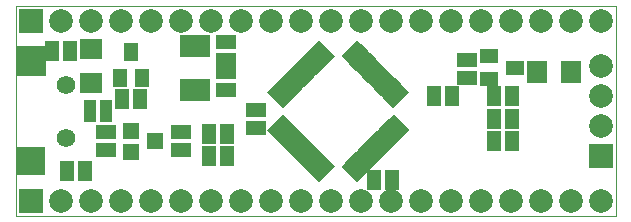
<source format=gbs>
G04 (created by PCBNEW (2013-07-07 BZR 4022)-stable) date 21/01/2015 21:28:15*
%MOIN*%
G04 Gerber Fmt 3.4, Leading zero omitted, Abs format*
%FSLAX34Y34*%
G01*
G70*
G90*
G04 APERTURE LIST*
%ADD10C,0.00590551*%
%ADD11C,0.00393701*%
%ADD12R,0.065X0.045*%
%ADD13R,0.056X0.056*%
%ADD14R,0.045X0.065*%
%ADD15R,0.0790551X0.0790551*%
%ADD16C,0.0790551*%
%ADD17R,0.1027X0.1027*%
%ADD18R,0.0948X0.0948*%
%ADD19C,0.0613*%
%ADD20R,0.0712X0.0751*%
%ADD21R,0.0751X0.0712*%
%ADD22R,0.0594X0.0515*%
%ADD23R,0.039685X0.031811*%
%ADD24R,0.0515X0.0594*%
%ADD25R,0.0998882X0.0723291*%
G04 APERTURE END LIST*
G54D10*
G54D11*
X0Y7000D02*
X0Y0D01*
X20000Y7000D02*
X0Y7000D01*
X20000Y0D02*
X20000Y7000D01*
X0Y0D02*
X20000Y0D01*
G54D12*
X7000Y4800D03*
X7000Y4200D03*
X7000Y5200D03*
X7000Y5800D03*
G54D10*
G36*
X8588Y4343D02*
X9119Y3813D01*
X8903Y3597D01*
X8373Y4128D01*
X8588Y4343D01*
X8588Y4343D01*
G37*
G36*
X10847Y5346D02*
X11378Y5876D01*
X11593Y5661D01*
X11063Y5130D01*
X10847Y5346D01*
X10847Y5346D01*
G37*
G36*
X12911Y2656D02*
X12380Y3186D01*
X12596Y3402D01*
X13126Y2871D01*
X12911Y2656D01*
X12911Y2656D01*
G37*
G36*
X9906Y1338D02*
X10436Y1869D01*
X10652Y1653D01*
X10121Y1123D01*
X9906Y1338D01*
X9906Y1338D01*
G37*
G36*
X8728Y4483D02*
X9258Y3952D01*
X9042Y3737D01*
X8512Y4267D01*
X8728Y4483D01*
X8728Y4483D01*
G37*
G36*
X10987Y5207D02*
X11517Y5737D01*
X11733Y5521D01*
X11202Y4991D01*
X10987Y5207D01*
X10987Y5207D01*
G37*
G36*
X12771Y2516D02*
X12241Y3047D01*
X12457Y3262D01*
X12987Y2732D01*
X12771Y2516D01*
X12771Y2516D01*
G37*
G36*
X9766Y1478D02*
X10297Y2008D01*
X10512Y1792D01*
X9982Y1262D01*
X9766Y1478D01*
X9766Y1478D01*
G37*
G36*
X8867Y4622D02*
X9397Y4092D01*
X9181Y3876D01*
X8651Y4406D01*
X8867Y4622D01*
X8867Y4622D01*
G37*
G36*
X11126Y5068D02*
X11656Y5598D01*
X11872Y5382D01*
X11342Y4852D01*
X11126Y5068D01*
X11126Y5068D01*
G37*
G36*
X12632Y2377D02*
X12102Y2907D01*
X12318Y3123D01*
X12848Y2593D01*
X12632Y2377D01*
X12632Y2377D01*
G37*
G36*
X9627Y1617D02*
X10157Y2147D01*
X10373Y1931D01*
X9843Y1401D01*
X9627Y1617D01*
X9627Y1617D01*
G37*
G36*
X9006Y4761D02*
X9536Y4231D01*
X9321Y4015D01*
X8790Y4546D01*
X9006Y4761D01*
X9006Y4761D01*
G37*
G36*
X11265Y4928D02*
X11796Y5459D01*
X12011Y5243D01*
X11481Y4713D01*
X11265Y4928D01*
X11265Y4928D01*
G37*
G36*
X12493Y2238D02*
X11963Y2768D01*
X12178Y2984D01*
X12709Y2453D01*
X12493Y2238D01*
X12493Y2238D01*
G37*
G36*
X9488Y1756D02*
X10018Y2286D01*
X10234Y2071D01*
X9703Y1540D01*
X9488Y1756D01*
X9488Y1756D01*
G37*
G36*
X9145Y4901D02*
X9676Y4370D01*
X9460Y4155D01*
X8930Y4685D01*
X9145Y4901D01*
X9145Y4901D01*
G37*
G36*
X11405Y4789D02*
X11935Y5319D01*
X12151Y5104D01*
X11620Y4573D01*
X11405Y4789D01*
X11405Y4789D01*
G37*
G36*
X12354Y2098D02*
X11823Y2629D01*
X12039Y2844D01*
X12569Y2314D01*
X12354Y2098D01*
X12354Y2098D01*
G37*
G36*
X9348Y1895D02*
X9879Y2426D01*
X10094Y2210D01*
X9564Y1680D01*
X9348Y1895D01*
X9348Y1895D01*
G37*
G36*
X9285Y5040D02*
X9815Y4510D01*
X9599Y4294D01*
X9069Y4824D01*
X9285Y5040D01*
X9285Y5040D01*
G37*
G36*
X11544Y4650D02*
X12074Y5180D01*
X12290Y4964D01*
X11760Y4434D01*
X11544Y4650D01*
X11544Y4650D01*
G37*
G36*
X12214Y1959D02*
X11684Y2489D01*
X11900Y2705D01*
X12430Y2175D01*
X12214Y1959D01*
X12214Y1959D01*
G37*
G36*
X9209Y2035D02*
X9739Y2565D01*
X9955Y2349D01*
X9425Y1819D01*
X9209Y2035D01*
X9209Y2035D01*
G37*
G36*
X9424Y5179D02*
X9954Y4649D01*
X9739Y4433D01*
X9208Y4964D01*
X9424Y5179D01*
X9424Y5179D01*
G37*
G36*
X11683Y4510D02*
X12214Y5041D01*
X12429Y4825D01*
X11899Y4295D01*
X11683Y4510D01*
X11683Y4510D01*
G37*
G36*
X12075Y1820D02*
X11545Y2350D01*
X11760Y2566D01*
X12291Y2035D01*
X12075Y1820D01*
X12075Y1820D01*
G37*
G36*
X9070Y2174D02*
X9600Y2704D01*
X9816Y2489D01*
X9285Y1958D01*
X9070Y2174D01*
X9070Y2174D01*
G37*
G36*
X9563Y5319D02*
X10094Y4788D01*
X9878Y4573D01*
X9348Y5103D01*
X9563Y5319D01*
X9563Y5319D01*
G37*
G36*
X11823Y4371D02*
X12353Y4901D01*
X12569Y4686D01*
X12038Y4155D01*
X11823Y4371D01*
X11823Y4371D01*
G37*
G36*
X11936Y1680D02*
X11405Y2211D01*
X11621Y2426D01*
X12151Y1896D01*
X11936Y1680D01*
X11936Y1680D01*
G37*
G36*
X8930Y2313D02*
X9461Y2844D01*
X9676Y2628D01*
X9146Y2098D01*
X8930Y2313D01*
X8930Y2313D01*
G37*
G36*
X9703Y5458D02*
X10233Y4928D01*
X10017Y4712D01*
X9487Y5242D01*
X9703Y5458D01*
X9703Y5458D01*
G37*
G36*
X11962Y4232D02*
X12492Y4762D01*
X12708Y4546D01*
X12178Y4016D01*
X11962Y4232D01*
X11962Y4232D01*
G37*
G36*
X11796Y1541D02*
X11266Y2071D01*
X11482Y2287D01*
X12012Y1757D01*
X11796Y1541D01*
X11796Y1541D01*
G37*
G36*
X8791Y2453D02*
X9321Y2983D01*
X9537Y2767D01*
X9007Y2237D01*
X8791Y2453D01*
X8791Y2453D01*
G37*
G36*
X9842Y5597D02*
X10372Y5067D01*
X10157Y4851D01*
X9626Y5381D01*
X9842Y5597D01*
X9842Y5597D01*
G37*
G36*
X12101Y4092D02*
X12631Y4623D01*
X12847Y4407D01*
X12317Y3877D01*
X12101Y4092D01*
X12101Y4092D01*
G37*
G36*
X11657Y1402D02*
X11127Y1932D01*
X11342Y2148D01*
X11873Y1618D01*
X11657Y1402D01*
X11657Y1402D01*
G37*
G36*
X8652Y2592D02*
X9182Y3122D01*
X9398Y2907D01*
X8868Y2376D01*
X8652Y2592D01*
X8652Y2592D01*
G37*
G36*
X9981Y5736D02*
X10512Y5206D01*
X10296Y4990D01*
X9766Y5521D01*
X9981Y5736D01*
X9981Y5736D01*
G37*
G36*
X12240Y3953D02*
X12771Y4483D01*
X12986Y4268D01*
X12456Y3737D01*
X12240Y3953D01*
X12240Y3953D01*
G37*
G36*
X11518Y1263D02*
X10987Y1793D01*
X11203Y2009D01*
X11733Y1478D01*
X11518Y1263D01*
X11518Y1263D01*
G37*
G36*
X8513Y2731D02*
X9043Y3262D01*
X9259Y3046D01*
X8728Y2516D01*
X8513Y2731D01*
X8513Y2731D01*
G37*
G36*
X10121Y5876D02*
X10651Y5345D01*
X10435Y5130D01*
X9905Y5660D01*
X10121Y5876D01*
X10121Y5876D01*
G37*
G36*
X12380Y3814D02*
X12910Y4344D01*
X13126Y4128D01*
X12595Y3598D01*
X12380Y3814D01*
X12380Y3814D01*
G37*
G36*
X11378Y1123D02*
X10848Y1654D01*
X11064Y1869D01*
X11594Y1339D01*
X11378Y1123D01*
X11378Y1123D01*
G37*
G36*
X8373Y2871D02*
X8904Y3401D01*
X9119Y3185D01*
X8589Y2655D01*
X8373Y2871D01*
X8373Y2871D01*
G37*
G54D13*
X3850Y2850D03*
X3850Y2150D03*
X4650Y2500D03*
G54D14*
X7050Y2000D03*
X6450Y2000D03*
G54D12*
X15050Y5200D03*
X15050Y4600D03*
G54D14*
X13950Y4000D03*
X14550Y4000D03*
X11950Y1200D03*
X12550Y1200D03*
X7050Y2750D03*
X6450Y2750D03*
G54D12*
X8000Y3550D03*
X8000Y2950D03*
G54D14*
X15950Y4000D03*
X16550Y4000D03*
G54D12*
X3000Y2200D03*
X3000Y2800D03*
G54D14*
X2300Y1500D03*
X1700Y1500D03*
X16550Y2500D03*
X15950Y2500D03*
X16550Y3250D03*
X15950Y3250D03*
G54D15*
X19500Y2000D03*
G54D16*
X19500Y3000D03*
X19500Y4000D03*
X19500Y5000D03*
G54D15*
X500Y500D03*
G54D16*
X1500Y500D03*
X2500Y500D03*
X3500Y500D03*
X4500Y500D03*
X5500Y500D03*
X6500Y500D03*
X7500Y500D03*
X8500Y500D03*
X9500Y500D03*
X10500Y500D03*
X11500Y500D03*
X12500Y500D03*
X13499Y500D03*
X14500Y500D03*
X15500Y500D03*
X16500Y500D03*
X17500Y500D03*
X18500Y500D03*
X19500Y500D03*
G54D15*
X500Y6500D03*
G54D16*
X1500Y6500D03*
X2500Y6500D03*
X3500Y6500D03*
X4500Y6500D03*
X5500Y6500D03*
X6500Y6500D03*
X7500Y6500D03*
X8500Y6500D03*
X9500Y6500D03*
X10500Y6500D03*
X11500Y6500D03*
X12500Y6500D03*
X13499Y6500D03*
X14500Y6500D03*
X15500Y6500D03*
X16500Y6500D03*
X17500Y6500D03*
X18500Y6500D03*
X19500Y6500D03*
G54D17*
X500Y5173D03*
G54D18*
X500Y1827D03*
G54D19*
X1681Y2614D03*
X1681Y4386D03*
G54D20*
X17379Y4800D03*
X18521Y4800D03*
G54D21*
X2500Y5571D03*
X2500Y4429D03*
G54D14*
X1200Y5500D03*
X1800Y5500D03*
G54D22*
X16633Y4950D03*
X15767Y5325D03*
X15767Y4575D03*
G54D23*
X3025Y3500D03*
X3025Y3696D03*
X2474Y3696D03*
X3025Y3303D03*
X2474Y3500D03*
X2474Y3303D03*
G54D24*
X3850Y5483D03*
X3475Y4617D03*
X4225Y4617D03*
G54D14*
X3550Y3900D03*
X4150Y3900D03*
G54D25*
X5983Y4200D03*
X5983Y5657D03*
G54D12*
X5500Y2800D03*
X5500Y2200D03*
M02*

</source>
